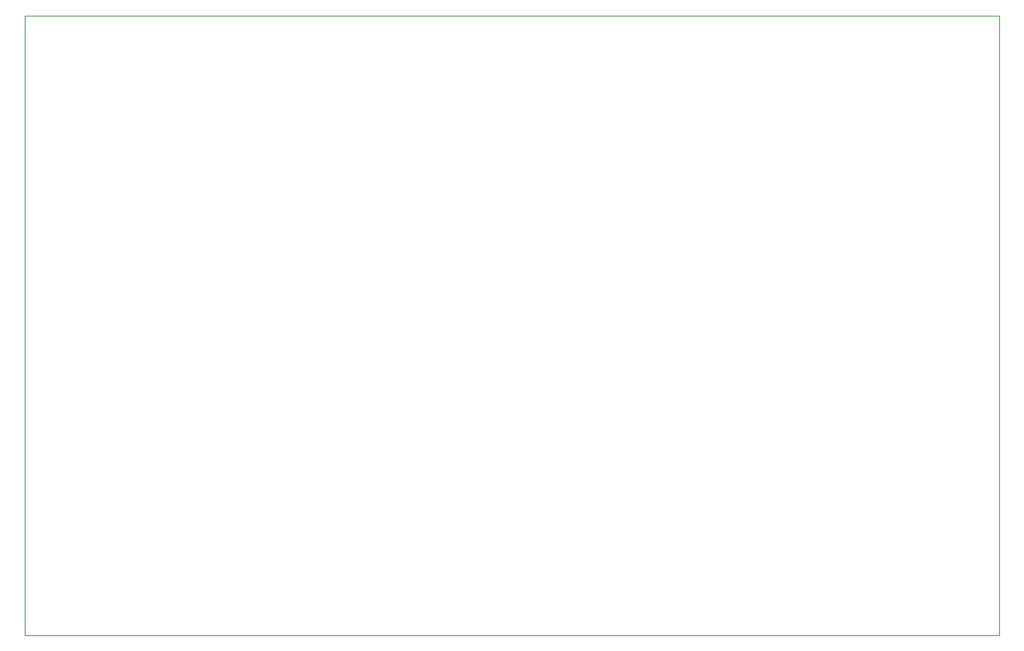
<source format=gbr>
G04 #@! TF.GenerationSoftware,KiCad,Pcbnew,(5.1.5)-3*
G04 #@! TF.CreationDate,2020-09-01T19:36:17+01:00*
G04 #@! TF.ProjectId,solarVoltageLimiter,736f6c61-7256-46f6-9c74-6167654c696d,1.0.1*
G04 #@! TF.SameCoordinates,Original*
G04 #@! TF.FileFunction,Profile,NP*
%FSLAX46Y46*%
G04 Gerber Fmt 4.6, Leading zero omitted, Abs format (unit mm)*
G04 Created by KiCad (PCBNEW (5.1.5)-3) date 2020-09-01 19:36:17*
%MOMM*%
%LPD*%
G04 APERTURE LIST*
%ADD10C,0.050000*%
G04 APERTURE END LIST*
D10*
X70000000Y-120000000D02*
X70000000Y-50000000D01*
X180000000Y-120000000D02*
X70000000Y-120000000D01*
X180000000Y-50000000D02*
X180000000Y-120000000D01*
X70000000Y-50000000D02*
X180000000Y-50000000D01*
M02*

</source>
